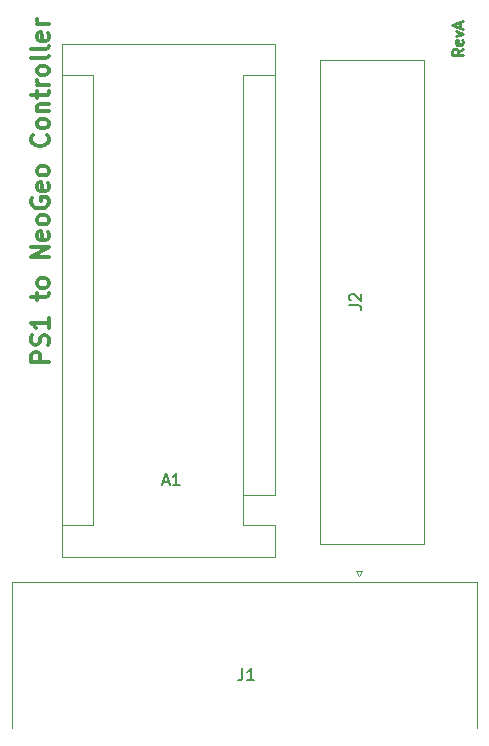
<source format=gbr>
G04 #@! TF.GenerationSoftware,KiCad,Pcbnew,(5.0.1-3-g963ef8bb5)*
G04 #@! TF.CreationDate,2019-12-09T16:28:53+01:00*
G04 #@! TF.ProjectId,Ps1 to Neogeo Adpator,50733120746F204E656F67656F204164,rev?*
G04 #@! TF.SameCoordinates,Original*
G04 #@! TF.FileFunction,Legend,Top*
G04 #@! TF.FilePolarity,Positive*
%FSLAX46Y46*%
G04 Gerber Fmt 4.6, Leading zero omitted, Abs format (unit mm)*
G04 Created by KiCad (PCBNEW (5.0.1-3-g963ef8bb5)) date Lundi 09 décembre 2019 à 16:28:53*
%MOMM*%
%LPD*%
G01*
G04 APERTURE LIST*
%ADD10C,0.225000*%
%ADD11C,0.300000*%
%ADD12C,0.120000*%
%ADD13C,0.150000*%
G04 APERTURE END LIST*
D10*
X148870142Y-68526714D02*
X148441571Y-68826714D01*
X148870142Y-69041000D02*
X147970142Y-69041000D01*
X147970142Y-68698142D01*
X148013000Y-68612428D01*
X148055857Y-68569571D01*
X148141571Y-68526714D01*
X148270142Y-68526714D01*
X148355857Y-68569571D01*
X148398714Y-68612428D01*
X148441571Y-68698142D01*
X148441571Y-69041000D01*
X148827285Y-67798142D02*
X148870142Y-67883857D01*
X148870142Y-68055285D01*
X148827285Y-68141000D01*
X148741571Y-68183857D01*
X148398714Y-68183857D01*
X148313000Y-68141000D01*
X148270142Y-68055285D01*
X148270142Y-67883857D01*
X148313000Y-67798142D01*
X148398714Y-67755285D01*
X148484428Y-67755285D01*
X148570142Y-68183857D01*
X148270142Y-67455285D02*
X148870142Y-67241000D01*
X148270142Y-67026714D01*
X148613000Y-66726714D02*
X148613000Y-66298142D01*
X148870142Y-66812428D02*
X147970142Y-66512428D01*
X148870142Y-66212428D01*
D11*
X113835571Y-95037857D02*
X112335571Y-95037857D01*
X112335571Y-94466428D01*
X112407000Y-94323571D01*
X112478428Y-94252142D01*
X112621285Y-94180714D01*
X112835571Y-94180714D01*
X112978428Y-94252142D01*
X113049857Y-94323571D01*
X113121285Y-94466428D01*
X113121285Y-95037857D01*
X113764142Y-93609285D02*
X113835571Y-93395000D01*
X113835571Y-93037857D01*
X113764142Y-92895000D01*
X113692714Y-92823571D01*
X113549857Y-92752142D01*
X113407000Y-92752142D01*
X113264142Y-92823571D01*
X113192714Y-92895000D01*
X113121285Y-93037857D01*
X113049857Y-93323571D01*
X112978428Y-93466428D01*
X112907000Y-93537857D01*
X112764142Y-93609285D01*
X112621285Y-93609285D01*
X112478428Y-93537857D01*
X112407000Y-93466428D01*
X112335571Y-93323571D01*
X112335571Y-92966428D01*
X112407000Y-92752142D01*
X113835571Y-91323571D02*
X113835571Y-92180714D01*
X113835571Y-91752142D02*
X112335571Y-91752142D01*
X112549857Y-91895000D01*
X112692714Y-92037857D01*
X112764142Y-92180714D01*
X112835571Y-89752142D02*
X112835571Y-89180714D01*
X112335571Y-89537857D02*
X113621285Y-89537857D01*
X113764142Y-89466428D01*
X113835571Y-89323571D01*
X113835571Y-89180714D01*
X113835571Y-88466428D02*
X113764142Y-88609285D01*
X113692714Y-88680714D01*
X113549857Y-88752142D01*
X113121285Y-88752142D01*
X112978428Y-88680714D01*
X112907000Y-88609285D01*
X112835571Y-88466428D01*
X112835571Y-88252142D01*
X112907000Y-88109285D01*
X112978428Y-88037857D01*
X113121285Y-87966428D01*
X113549857Y-87966428D01*
X113692714Y-88037857D01*
X113764142Y-88109285D01*
X113835571Y-88252142D01*
X113835571Y-88466428D01*
X113835571Y-86180714D02*
X112335571Y-86180714D01*
X113835571Y-85323571D01*
X112335571Y-85323571D01*
X113764142Y-84037857D02*
X113835571Y-84180714D01*
X113835571Y-84466428D01*
X113764142Y-84609285D01*
X113621285Y-84680714D01*
X113049857Y-84680714D01*
X112907000Y-84609285D01*
X112835571Y-84466428D01*
X112835571Y-84180714D01*
X112907000Y-84037857D01*
X113049857Y-83966428D01*
X113192714Y-83966428D01*
X113335571Y-84680714D01*
X113835571Y-83109285D02*
X113764142Y-83252142D01*
X113692714Y-83323571D01*
X113549857Y-83395000D01*
X113121285Y-83395000D01*
X112978428Y-83323571D01*
X112907000Y-83252142D01*
X112835571Y-83109285D01*
X112835571Y-82895000D01*
X112907000Y-82752142D01*
X112978428Y-82680714D01*
X113121285Y-82609285D01*
X113549857Y-82609285D01*
X113692714Y-82680714D01*
X113764142Y-82752142D01*
X113835571Y-82895000D01*
X113835571Y-83109285D01*
X112407000Y-81180714D02*
X112335571Y-81323571D01*
X112335571Y-81537857D01*
X112407000Y-81752142D01*
X112549857Y-81895000D01*
X112692714Y-81966428D01*
X112978428Y-82037857D01*
X113192714Y-82037857D01*
X113478428Y-81966428D01*
X113621285Y-81895000D01*
X113764142Y-81752142D01*
X113835571Y-81537857D01*
X113835571Y-81395000D01*
X113764142Y-81180714D01*
X113692714Y-81109285D01*
X113192714Y-81109285D01*
X113192714Y-81395000D01*
X113764142Y-79895000D02*
X113835571Y-80037857D01*
X113835571Y-80323571D01*
X113764142Y-80466428D01*
X113621285Y-80537857D01*
X113049857Y-80537857D01*
X112907000Y-80466428D01*
X112835571Y-80323571D01*
X112835571Y-80037857D01*
X112907000Y-79895000D01*
X113049857Y-79823571D01*
X113192714Y-79823571D01*
X113335571Y-80537857D01*
X113835571Y-78966428D02*
X113764142Y-79109285D01*
X113692714Y-79180714D01*
X113549857Y-79252142D01*
X113121285Y-79252142D01*
X112978428Y-79180714D01*
X112907000Y-79109285D01*
X112835571Y-78966428D01*
X112835571Y-78752142D01*
X112907000Y-78609285D01*
X112978428Y-78537857D01*
X113121285Y-78466428D01*
X113549857Y-78466428D01*
X113692714Y-78537857D01*
X113764142Y-78609285D01*
X113835571Y-78752142D01*
X113835571Y-78966428D01*
X113692714Y-75823571D02*
X113764142Y-75895000D01*
X113835571Y-76109285D01*
X113835571Y-76252142D01*
X113764142Y-76466428D01*
X113621285Y-76609285D01*
X113478428Y-76680714D01*
X113192714Y-76752142D01*
X112978428Y-76752142D01*
X112692714Y-76680714D01*
X112549857Y-76609285D01*
X112407000Y-76466428D01*
X112335571Y-76252142D01*
X112335571Y-76109285D01*
X112407000Y-75895000D01*
X112478428Y-75823571D01*
X113835571Y-74966428D02*
X113764142Y-75109285D01*
X113692714Y-75180714D01*
X113549857Y-75252142D01*
X113121285Y-75252142D01*
X112978428Y-75180714D01*
X112907000Y-75109285D01*
X112835571Y-74966428D01*
X112835571Y-74752142D01*
X112907000Y-74609285D01*
X112978428Y-74537857D01*
X113121285Y-74466428D01*
X113549857Y-74466428D01*
X113692714Y-74537857D01*
X113764142Y-74609285D01*
X113835571Y-74752142D01*
X113835571Y-74966428D01*
X112835571Y-73823571D02*
X113835571Y-73823571D01*
X112978428Y-73823571D02*
X112907000Y-73752142D01*
X112835571Y-73609285D01*
X112835571Y-73395000D01*
X112907000Y-73252142D01*
X113049857Y-73180714D01*
X113835571Y-73180714D01*
X112835571Y-72680714D02*
X112835571Y-72109285D01*
X112335571Y-72466428D02*
X113621285Y-72466428D01*
X113764142Y-72395000D01*
X113835571Y-72252142D01*
X113835571Y-72109285D01*
X113835571Y-71609285D02*
X112835571Y-71609285D01*
X113121285Y-71609285D02*
X112978428Y-71537857D01*
X112907000Y-71466428D01*
X112835571Y-71323571D01*
X112835571Y-71180714D01*
X113835571Y-70466428D02*
X113764142Y-70609285D01*
X113692714Y-70680714D01*
X113549857Y-70752142D01*
X113121285Y-70752142D01*
X112978428Y-70680714D01*
X112907000Y-70609285D01*
X112835571Y-70466428D01*
X112835571Y-70252142D01*
X112907000Y-70109285D01*
X112978428Y-70037857D01*
X113121285Y-69966428D01*
X113549857Y-69966428D01*
X113692714Y-70037857D01*
X113764142Y-70109285D01*
X113835571Y-70252142D01*
X113835571Y-70466428D01*
X113835571Y-69109285D02*
X113764142Y-69252142D01*
X113621285Y-69323571D01*
X112335571Y-69323571D01*
X113835571Y-68323571D02*
X113764142Y-68466428D01*
X113621285Y-68537857D01*
X112335571Y-68537857D01*
X113764142Y-67180714D02*
X113835571Y-67323571D01*
X113835571Y-67609285D01*
X113764142Y-67752142D01*
X113621285Y-67823571D01*
X113049857Y-67823571D01*
X112907000Y-67752142D01*
X112835571Y-67609285D01*
X112835571Y-67323571D01*
X112907000Y-67180714D01*
X113049857Y-67109285D01*
X113192714Y-67109285D01*
X113335571Y-67823571D01*
X113835571Y-66466428D02*
X112835571Y-66466428D01*
X113121285Y-66466428D02*
X112978428Y-66395000D01*
X112907000Y-66323571D01*
X112835571Y-66180714D01*
X112835571Y-66037857D01*
D12*
G04 #@! TO.C,A1*
X130300000Y-106330000D02*
X130300000Y-108870000D01*
X130300000Y-108870000D02*
X132970000Y-108870000D01*
X132970000Y-106330000D02*
X132970000Y-68100000D01*
X132970000Y-111540000D02*
X132970000Y-108870000D01*
X117600000Y-108870000D02*
X114930000Y-108870000D01*
X117600000Y-108870000D02*
X117600000Y-70770000D01*
X117600000Y-70770000D02*
X114930000Y-70770000D01*
X130300000Y-106330000D02*
X132970000Y-106330000D01*
X130300000Y-106330000D02*
X130300000Y-70770000D01*
X130300000Y-70770000D02*
X132970000Y-70770000D01*
X132970000Y-68100000D02*
X114930000Y-68100000D01*
X114930000Y-68100000D02*
X114930000Y-111540000D01*
X114930000Y-111540000D02*
X132970000Y-111540000D01*
G04 #@! TO.C,J1*
X110745000Y-125990000D02*
X110745000Y-113650000D01*
X110745000Y-113650000D02*
X150065000Y-113650000D01*
X150065000Y-113650000D02*
X150065000Y-125990000D01*
X139850000Y-112755662D02*
X140350000Y-112755662D01*
X140350000Y-112755662D02*
X140100000Y-113188675D01*
X140100000Y-113188675D02*
X139850000Y-112755662D01*
G04 #@! TO.C,J2*
X145560000Y-110440000D02*
X145560000Y-69440000D01*
X136760000Y-110440000D02*
X136760000Y-69440000D01*
X136760000Y-110440000D02*
X145560000Y-110440000D01*
X136760000Y-69440000D02*
X145560000Y-69440000D01*
G04 #@! TO.C,A1*
D13*
X123491714Y-105195666D02*
X123967904Y-105195666D01*
X123396476Y-105481380D02*
X123729809Y-104481380D01*
X124063142Y-105481380D01*
X124920285Y-105481380D02*
X124348857Y-105481380D01*
X124634571Y-105481380D02*
X124634571Y-104481380D01*
X124539333Y-104624238D01*
X124444095Y-104719476D01*
X124348857Y-104767095D01*
G04 #@! TO.C,J1*
X130222666Y-120991380D02*
X130222666Y-121705666D01*
X130175047Y-121848523D01*
X130079809Y-121943761D01*
X129936952Y-121991380D01*
X129841714Y-121991380D01*
X131222666Y-121991380D02*
X130651238Y-121991380D01*
X130936952Y-121991380D02*
X130936952Y-120991380D01*
X130841714Y-121134238D01*
X130746476Y-121229476D01*
X130651238Y-121277095D01*
G04 #@! TO.C,J2*
X139279380Y-90249333D02*
X139993666Y-90249333D01*
X140136523Y-90296952D01*
X140231761Y-90392190D01*
X140279380Y-90535047D01*
X140279380Y-90630285D01*
X139374619Y-89820761D02*
X139327000Y-89773142D01*
X139279380Y-89677904D01*
X139279380Y-89439809D01*
X139327000Y-89344571D01*
X139374619Y-89296952D01*
X139469857Y-89249333D01*
X139565095Y-89249333D01*
X139707952Y-89296952D01*
X140279380Y-89868380D01*
X140279380Y-89249333D01*
G04 #@! TD*
M02*

</source>
